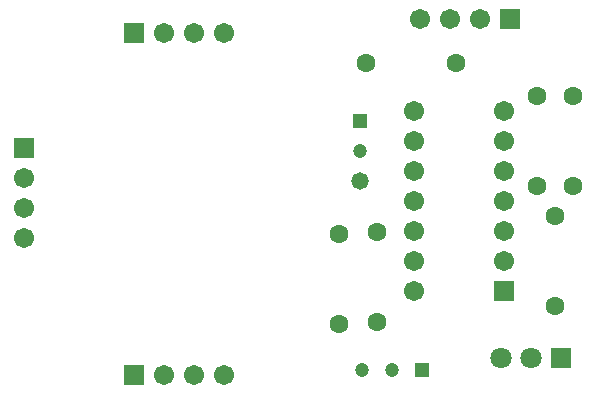
<source format=gbr>
%FSTAX23Y23*%
%MOIN*%
%SFA1B1*%

%IPPOS*%
%ADD14C,0.047244*%
%ADD15R,0.047244X0.047244*%
%ADD16R,0.047244X0.047244*%
%ADD26R,0.067055X0.067055*%
%ADD27C,0.067055*%
%ADD28R,0.067055X0.067055*%
%ADD29C,0.063118*%
%ADD30C,0.070992*%
%ADD31R,0.070992X0.070992*%
%ADD32C,0.058000*%
%LNstrain_soldermask_bot-1*%
%LPD*%
G54D14*
X0125Y-00695D03*
Y-00595D03*
X01255Y-01325D03*
X01355D03*
G54D15*
X0125Y-00495D03*
G54D16*
X01455Y-01325D03*
G54D26*
X0013Y-00585D03*
G54D27*
X0013Y-00685D03*
Y-00785D03*
Y-00885D03*
X0143Y-0046D03*
Y-0056D03*
Y-0066D03*
Y-0076D03*
Y-0086D03*
Y-0096D03*
Y-0106D03*
X0173Y-0046D03*
Y-0056D03*
Y-0066D03*
Y-0076D03*
Y-0086D03*
Y-0096D03*
X0165Y-00155D03*
X0155D03*
X0145D03*
X00795Y-002D03*
X00695D03*
X00595D03*
X00795Y-0134D03*
X00695D03*
X00595D03*
G54D28*
X0173Y-0106D03*
X0175Y-00155D03*
X00495Y-002D03*
Y-0134D03*
G54D29*
X01305Y-01165D03*
Y-00865D03*
X0157Y-003D03*
X0127D03*
X0184Y-0041D03*
Y-0071D03*
X0118Y-0087D03*
Y-0117D03*
X019Y-0111D03*
Y-0081D03*
X0196Y-0041D03*
Y-0071D03*
G54D30*
X0172Y-01285D03*
X0182D03*
G54D31*
X0192Y-01285D03*
G54D32*
X0182Y-01285D03*
X0173Y-0076D03*
X01545Y-00155D03*
X0143Y-0066D03*
X0173Y-0106D03*
X0125Y-00695D03*
X00795Y-0134D03*
X0013Y-00685D03*
M02*
</source>
